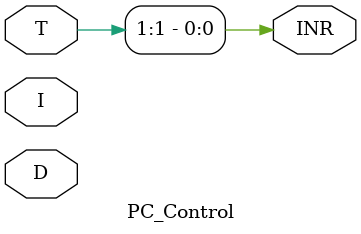
<source format=v>
module PC_Control ( 
    I, D, T,INR 
); 
input I; 
input [7:0] T, D; 
output INR; 
assign INR = (T[1]); 
endmodule 

</source>
